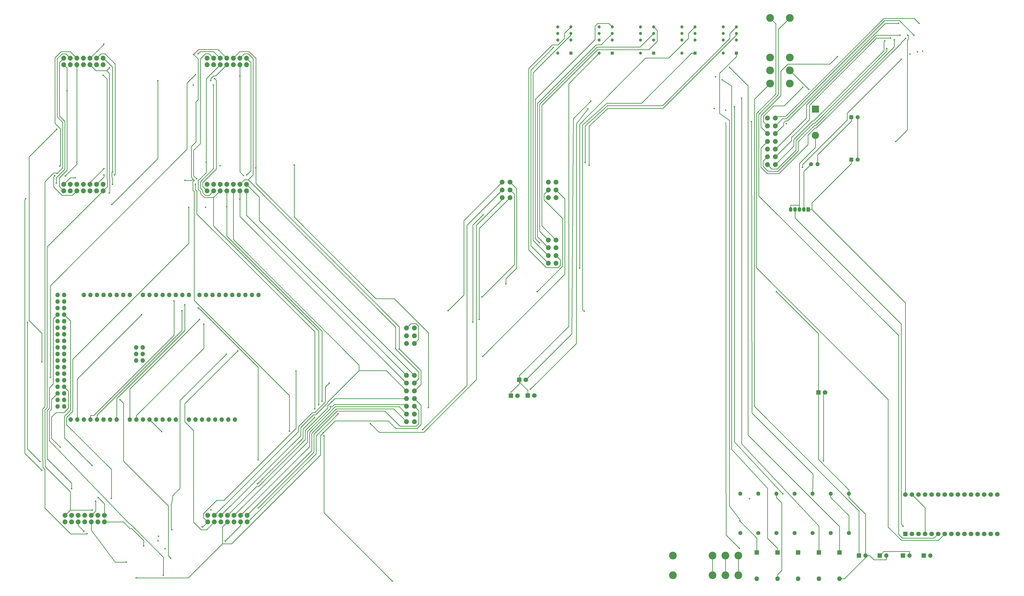
<source format=gbr>
G04 #@! TF.FileFunction,Copper,L2,Inr,Signal*
%FSLAX46Y46*%
G04 Gerber Fmt 4.6, Leading zero omitted, Abs format (unit mm)*
G04 Created by KiCad (PCBNEW 4.0.6) date 03/09/20 07:32:34*
%MOMM*%
%LPD*%
G01*
G04 APERTURE LIST*
%ADD10C,0.100000*%
%ADD11C,1.879600*%
%ADD12R,1.600000X1.600000*%
%ADD13C,1.600000*%
%ADD14R,1.800000X1.800000*%
%ADD15C,1.800000*%
%ADD16O,1.800000X1.800000*%
%ADD17R,2.800000X2.800000*%
%ADD18O,2.800000X2.800000*%
%ADD19R,1.200000X1.200000*%
%ADD20C,1.200000*%
%ADD21R,1.700000X1.700000*%
%ADD22O,1.700000X1.700000*%
%ADD23C,3.000000*%
%ADD24R,1.350000X1.800000*%
%ADD25O,1.350000X1.800000*%
%ADD26O,1.600000X1.600000*%
%ADD27O,1.727200X1.727200*%
%ADD28C,0.600000*%
%ADD29C,0.250000*%
G04 APERTURE END LIST*
D10*
D11*
X133400000Y-102400000D03*
X133400000Y-104940000D03*
X135940000Y-102400000D03*
X135940000Y-104940000D03*
X138480000Y-102400000D03*
X138480000Y-104940000D03*
X141020000Y-102400000D03*
X141020000Y-104940000D03*
X143560000Y-102400000D03*
X143560000Y-104940000D03*
X146100000Y-102400000D03*
X146100000Y-104940000D03*
X148640000Y-102400000D03*
X148640000Y-104940000D03*
X188800000Y-102400000D03*
X188800000Y-104940000D03*
X191340000Y-102400000D03*
X191340000Y-104940000D03*
X193880000Y-102400000D03*
X193880000Y-104940000D03*
X196420000Y-102400000D03*
X196420000Y-104940000D03*
X198960000Y-102400000D03*
X198960000Y-104940000D03*
X201500000Y-102400000D03*
X201500000Y-104940000D03*
X204040000Y-102400000D03*
X204040000Y-104940000D03*
X188800000Y-151200000D03*
X188800000Y-153740000D03*
X191340000Y-151200000D03*
X191340000Y-153740000D03*
X193880000Y-151200000D03*
X193880000Y-153740000D03*
X196420000Y-151200000D03*
X196420000Y-153740000D03*
X198960000Y-151200000D03*
X198960000Y-153740000D03*
X201500000Y-151200000D03*
X201500000Y-153740000D03*
X204040000Y-151200000D03*
X204040000Y-153740000D03*
X133400000Y-151200000D03*
X133400000Y-153740000D03*
X135940000Y-151200000D03*
X135940000Y-153740000D03*
X138480000Y-151200000D03*
X138480000Y-153740000D03*
X141020000Y-151200000D03*
X141020000Y-153740000D03*
X143560000Y-151200000D03*
X143560000Y-153740000D03*
X146100000Y-151200000D03*
X146100000Y-153740000D03*
X148640000Y-151200000D03*
X148640000Y-153740000D03*
X149100000Y-282000000D03*
X149100000Y-279460000D03*
X146560000Y-282000000D03*
X146560000Y-279460000D03*
X144020000Y-282000000D03*
X144020000Y-279460000D03*
X141480000Y-282000000D03*
X141480000Y-279460000D03*
X138940000Y-282000000D03*
X138940000Y-279460000D03*
X136400000Y-282000000D03*
X136400000Y-279460000D03*
X133860000Y-282000000D03*
X133860000Y-279460000D03*
X204343000Y-282000000D03*
X204343000Y-279460000D03*
X201803000Y-282000000D03*
X201803000Y-279460000D03*
X199263000Y-282000000D03*
X199263000Y-279460000D03*
X196723000Y-282000000D03*
X196723000Y-279460000D03*
X194183000Y-282000000D03*
X194183000Y-279460000D03*
X191643000Y-282000000D03*
X191643000Y-279460000D03*
X189103000Y-282000000D03*
X189103000Y-279460000D03*
D12*
X438000000Y-141707000D03*
D13*
X440500000Y-141707000D03*
D12*
X438000000Y-125273000D03*
D13*
X440500000Y-125273000D03*
D14*
X312852000Y-232995000D03*
D15*
X315392000Y-232995000D03*
D14*
X401444000Y-293832000D03*
D16*
X401444000Y-303992000D03*
D14*
X409444000Y-293832000D03*
D16*
X409444000Y-303992000D03*
D14*
X417444000Y-293832000D03*
D16*
X417444000Y-303992000D03*
D14*
X425444000Y-293832000D03*
D16*
X425444000Y-303992000D03*
D14*
X425298000Y-231800000D03*
D15*
X427838000Y-231800000D03*
D17*
X424155000Y-122072000D03*
D18*
X424155000Y-132232000D03*
D14*
X433444000Y-293832000D03*
D16*
X433444000Y-303992000D03*
D14*
X309601000Y-226924000D03*
D15*
X312141000Y-226924000D03*
D14*
X306350000Y-233071000D03*
D15*
X308890000Y-233071000D03*
D19*
X393540000Y-100450000D03*
D20*
X388460000Y-100450000D03*
X393540000Y-95370000D03*
X388460000Y-90290000D03*
X393540000Y-92830000D03*
X393540000Y-90290000D03*
X388460000Y-95370000D03*
X388460000Y-92830000D03*
D19*
X361540000Y-100450000D03*
D20*
X356460000Y-100450000D03*
X361540000Y-95370000D03*
X356460000Y-90290000D03*
X361540000Y-92830000D03*
X361540000Y-90290000D03*
X356460000Y-95370000D03*
X356460000Y-92830000D03*
D19*
X345540000Y-100450000D03*
D20*
X340460000Y-100450000D03*
X345540000Y-95370000D03*
X340460000Y-90290000D03*
X345540000Y-92830000D03*
X345540000Y-90290000D03*
X340460000Y-95370000D03*
X340460000Y-92830000D03*
D19*
X329540000Y-100450000D03*
D20*
X324460000Y-100450000D03*
X329540000Y-95370000D03*
X324460000Y-90290000D03*
X329540000Y-92830000D03*
X329540000Y-90290000D03*
X324460000Y-95370000D03*
X324460000Y-92830000D03*
D19*
X377540000Y-100450000D03*
D20*
X372460000Y-100450000D03*
X377540000Y-95370000D03*
X372460000Y-90290000D03*
X377540000Y-92830000D03*
X377540000Y-90290000D03*
X372460000Y-95370000D03*
X372460000Y-92830000D03*
D21*
X466000000Y-295000000D03*
D22*
X468540000Y-295000000D03*
D14*
X458927000Y-286588000D03*
D15*
X461467000Y-286588000D03*
X464007000Y-286588000D03*
X466547000Y-286588000D03*
X469087000Y-286588000D03*
X471627000Y-286588000D03*
X474167000Y-286588000D03*
X476707000Y-286588000D03*
X479247000Y-286588000D03*
X481787000Y-286588000D03*
X484327000Y-286588000D03*
X486867000Y-286588000D03*
X489407000Y-286588000D03*
X491947000Y-286588000D03*
X494487000Y-286588000D03*
X494487000Y-271348000D03*
X491947000Y-271348000D03*
X489407000Y-271348000D03*
X486867000Y-271348000D03*
X484327000Y-271348000D03*
X481787000Y-271348000D03*
X479247000Y-271348000D03*
X476707000Y-271348000D03*
X474167000Y-271348000D03*
X471627000Y-271348000D03*
X469087000Y-271348000D03*
X466547000Y-271348000D03*
X464007000Y-271348000D03*
X461467000Y-271348000D03*
X458927000Y-271348000D03*
D23*
X414198000Y-86842600D03*
X406578000Y-86842600D03*
X414198000Y-107162600D03*
X406578000Y-112162600D03*
X406578000Y-102162600D03*
X414198000Y-102162600D03*
X406578000Y-107162600D03*
X414198000Y-112162600D03*
D24*
X421361000Y-160934000D03*
D25*
X419661000Y-160934000D03*
X417961000Y-160934000D03*
X416261000Y-160934000D03*
X414561000Y-160934000D03*
D21*
X449000000Y-295000000D03*
D22*
X451540000Y-295000000D03*
D13*
X422453000Y-143408000D03*
D26*
X424993000Y-143408000D03*
D21*
X458000000Y-295000000D03*
D22*
X460540000Y-295000000D03*
D13*
X395039000Y-286236000D03*
D26*
X395039000Y-270996000D03*
D13*
X402039000Y-286236000D03*
D26*
X402039000Y-270996000D03*
D13*
X409039000Y-286236000D03*
D26*
X409039000Y-270996000D03*
D13*
X416039000Y-286236000D03*
D26*
X416039000Y-270996000D03*
D13*
X423039000Y-286236000D03*
D26*
X423039000Y-270996000D03*
D23*
X369000000Y-295000000D03*
X369000000Y-302620000D03*
X389320000Y-295000000D03*
X394320000Y-302620000D03*
X384320000Y-302620000D03*
X384320000Y-295000000D03*
X389320000Y-302620000D03*
X394320000Y-295000000D03*
D13*
X437039000Y-286236000D03*
D26*
X437039000Y-270996000D03*
D13*
X430039000Y-286236000D03*
D26*
X430039000Y-270996000D03*
D27*
X163932000Y-219456000D03*
X161392000Y-219456000D03*
X161392000Y-216916000D03*
X163932000Y-216916000D03*
X161392000Y-214376000D03*
X176759000Y-242316000D03*
X181839000Y-242316000D03*
X184379000Y-242316000D03*
X186919000Y-242316000D03*
X189459000Y-242316000D03*
X191999000Y-242316000D03*
X194539000Y-242316000D03*
X197079000Y-242316000D03*
X141199000Y-194056000D03*
X143739000Y-194056000D03*
X146279000Y-194056000D03*
X148819000Y-194056000D03*
X151359000Y-194056000D03*
X153899000Y-194056000D03*
X156439000Y-194056000D03*
X158979000Y-194056000D03*
X164059000Y-194056000D03*
X166599000Y-194056000D03*
X169139000Y-194056000D03*
X171679000Y-194056000D03*
X174219000Y-194056000D03*
X176759000Y-194056000D03*
X179299000Y-194056000D03*
X181839000Y-194056000D03*
X201143000Y-194056000D03*
X185903000Y-194056000D03*
X188443000Y-194056000D03*
X190983000Y-194056000D03*
X208763000Y-194056000D03*
X206223000Y-194056000D03*
X203683000Y-194056000D03*
X198603000Y-194056000D03*
X196063000Y-194056000D03*
X193523000Y-194056000D03*
X199619000Y-242316000D03*
X174219000Y-242316000D03*
X171679000Y-242316000D03*
X169139000Y-242316000D03*
X166599000Y-242316000D03*
X164059000Y-242316000D03*
X161519000Y-242316000D03*
X158979000Y-242316000D03*
X153899000Y-242316000D03*
X151359000Y-242316000D03*
X148819000Y-242316000D03*
X146279000Y-242316000D03*
X143739000Y-242316000D03*
X141199000Y-242316000D03*
X138659000Y-242316000D03*
X136119000Y-242316000D03*
X133579000Y-194056000D03*
X131039000Y-194056000D03*
X133579000Y-196596000D03*
X131039000Y-196596000D03*
X133579000Y-199136000D03*
X131039000Y-199136000D03*
X133579000Y-201676000D03*
X131039000Y-201676000D03*
X133579000Y-204216000D03*
X131039000Y-204216000D03*
X133579000Y-206756000D03*
X131039000Y-206756000D03*
X133579000Y-209296000D03*
X131039000Y-209296000D03*
X133579000Y-211836000D03*
X131039000Y-211836000D03*
X133579000Y-214376000D03*
X131039000Y-214376000D03*
X133579000Y-216916000D03*
X131039000Y-216916000D03*
X133579000Y-219456000D03*
X131039000Y-219456000D03*
X133579000Y-221996000D03*
X131039000Y-221996000D03*
X133579000Y-224536000D03*
X131039000Y-224536000D03*
X133579000Y-227076000D03*
X131039000Y-227076000D03*
X133579000Y-229616000D03*
X131039000Y-229616000D03*
X133579000Y-232156000D03*
X131039000Y-232156000D03*
X133579000Y-234696000D03*
X131039000Y-234696000D03*
X133579000Y-237236000D03*
X131039000Y-237236000D03*
X163932000Y-214376000D03*
D11*
X269000000Y-243200000D03*
X266002800Y-243200000D03*
X269000000Y-240202800D03*
X266002800Y-240202800D03*
X269000000Y-237205600D03*
X266002800Y-237205600D03*
X269000000Y-234208400D03*
X266002800Y-234208400D03*
X269000000Y-231211200D03*
X266002800Y-231211200D03*
X269000000Y-228214000D03*
X266002800Y-228214000D03*
X269000000Y-225216800D03*
X266002800Y-225216800D03*
X408600000Y-143600000D03*
X405602800Y-143600000D03*
X408600000Y-140602800D03*
X405602800Y-140602800D03*
X408600000Y-137605600D03*
X405602800Y-137605600D03*
X408600000Y-134608400D03*
X405602800Y-134608400D03*
X408600000Y-131611200D03*
X405602800Y-131611200D03*
X408600000Y-128614000D03*
X405602800Y-128614000D03*
X408600000Y-125616800D03*
X405602800Y-125616800D03*
X323800000Y-181800000D03*
X320802800Y-181800000D03*
X323800000Y-178802800D03*
X320802800Y-178802800D03*
X323800000Y-175805600D03*
X320802800Y-175805600D03*
X323800000Y-172808400D03*
X320802800Y-172808400D03*
X323800000Y-156400000D03*
X320802800Y-156400000D03*
X323800000Y-153402800D03*
X320802800Y-153402800D03*
X323800000Y-150405600D03*
X320802800Y-150405600D03*
X306000000Y-156400000D03*
X303002800Y-156400000D03*
X306000000Y-153402800D03*
X303002800Y-153402800D03*
X306000000Y-150405600D03*
X303002800Y-150405600D03*
X268986000Y-212877000D03*
X265988800Y-212877000D03*
X268986000Y-209879800D03*
X265988800Y-209879800D03*
X268986000Y-206882600D03*
X265988800Y-206882600D03*
D21*
X441000000Y-295000000D03*
D22*
X443540000Y-295000000D03*
D28*
X421554600Y-114519200D03*
X458107200Y-283638800D03*
X385038600Y-121958100D03*
X394904800Y-281656500D03*
X388090900Y-110775700D03*
X184306100Y-108756400D03*
X128191300Y-225985400D03*
X132054600Y-253022100D03*
X394779600Y-292206700D03*
X398627600Y-272948400D03*
X389445500Y-122516900D03*
X385546600Y-109550200D03*
X172564100Y-292375400D03*
X395588000Y-117846900D03*
X124933400Y-220001600D03*
X130704100Y-129919200D03*
X427288900Y-258312000D03*
X390904600Y-105921000D03*
X334695000Y-200344200D03*
X411497200Y-271120300D03*
X392803200Y-121155200D03*
X337288300Y-118996200D03*
X399434600Y-126926500D03*
X313905000Y-230607000D03*
X336130900Y-122021600D03*
X130532000Y-150692300D03*
X164312200Y-291310400D03*
X239585600Y-240084900D03*
X230463100Y-238147300D03*
X184377300Y-151200000D03*
X137882900Y-148664400D03*
X146781000Y-272576300D03*
X191706100Y-110256700D03*
X124933400Y-261977100D03*
X118665400Y-156853500D03*
X134685600Y-114955700D03*
X169824400Y-289344100D03*
X195871500Y-289347600D03*
X184740100Y-149035600D03*
X130814600Y-146998900D03*
X142447800Y-286560600D03*
X230417300Y-241477800D03*
X208264800Y-267194800D03*
X151823500Y-272865100D03*
X183455800Y-112773700D03*
X191287200Y-112773700D03*
X188225800Y-160146600D03*
X181733500Y-160146600D03*
X170014900Y-287541300D03*
X157568900Y-297497500D03*
X131834200Y-144243000D03*
X193880000Y-144072000D03*
X185376200Y-100647400D03*
X222516100Y-143794700D03*
X274454500Y-237656400D03*
X208617200Y-276526300D03*
X145735200Y-273890400D03*
X129899000Y-147875400D03*
X133963900Y-147987000D03*
X138480000Y-142708700D03*
X188483800Y-142708700D03*
X236536500Y-237358900D03*
X232027900Y-236550000D03*
X161366200Y-303631600D03*
X183618800Y-100902600D03*
X233831000Y-247396200D03*
X220653800Y-246820000D03*
X183754400Y-149747600D03*
X180255900Y-149718200D03*
X190368400Y-277272700D03*
X196420000Y-159846200D03*
X190247300Y-111112700D03*
X236992600Y-235500100D03*
X233253400Y-235336600D03*
X152013300Y-158995900D03*
X169769500Y-111112700D03*
X141185900Y-285572200D03*
X263164700Y-214975300D03*
X196246500Y-217005000D03*
X148832500Y-96999500D03*
X207677900Y-144882700D03*
X175209200Y-284988000D03*
X148922700Y-145146800D03*
X151005200Y-154654500D03*
X151067500Y-106134000D03*
X200681000Y-215709400D03*
X261746500Y-214791200D03*
X148949900Y-147610900D03*
X152988800Y-147610900D03*
X201500000Y-156953900D03*
X202914900Y-147851800D03*
X201500000Y-109289300D03*
X236037500Y-228214000D03*
X204134800Y-147582000D03*
X186935700Y-283910000D03*
X223209100Y-223548600D03*
X152218200Y-151200000D03*
X152218200Y-146443000D03*
X144469800Y-277414300D03*
X148640000Y-108970900D03*
X450923500Y-95666700D03*
X451760400Y-98662000D03*
X453126600Y-94626000D03*
X454639900Y-95277100D03*
X456905500Y-93475300D03*
X419111700Y-144633400D03*
X457269800Y-102839300D03*
X459867400Y-93472700D03*
X455207300Y-134608400D03*
X458971500Y-94650700D03*
X456173300Y-88882900D03*
X432579400Y-101801000D03*
X460692200Y-100750000D03*
X462247700Y-93470600D03*
X419202200Y-113644700D03*
X463605900Y-99921500D03*
X464253600Y-88884200D03*
X465634000Y-99711100D03*
X294047300Y-203516800D03*
X185903900Y-203576700D03*
X252027300Y-243941800D03*
X295198000Y-194803400D03*
X163550500Y-201689700D03*
X272186000Y-246250200D03*
X304364500Y-189773200D03*
X176045600Y-196381400D03*
X282015700Y-200161400D03*
X179061400Y-200161400D03*
X291610000Y-204549500D03*
X295559500Y-163006900D03*
X295391500Y-217855400D03*
X316478600Y-192765900D03*
X180225300Y-197920600D03*
X336537300Y-143840200D03*
X335049900Y-142753600D03*
X332938400Y-183679600D03*
X322744000Y-98274400D03*
X317342600Y-173829700D03*
X185328000Y-199136000D03*
X208588100Y-257932400D03*
X119347100Y-204736700D03*
X124267500Y-258605300D03*
X144354550Y-260153150D03*
X136449300Y-269070100D03*
X412856800Y-127743700D03*
X409038300Y-192777100D03*
X187520700Y-205396900D03*
X234054900Y-248624900D03*
X260495600Y-304864700D03*
X174759000Y-295981900D03*
X155100600Y-234597400D03*
X171886400Y-302620000D03*
X171236600Y-246953600D03*
D29*
X421361000Y-160934000D02*
X422761300Y-160934000D01*
X438000000Y-141707000D02*
X438000000Y-143232300D01*
X389320000Y-302620000D02*
X389320000Y-295000000D01*
X450575300Y-293424700D02*
X449000000Y-295000000D01*
X460540000Y-293424700D02*
X450575300Y-293424700D01*
X460540000Y-295000000D02*
X460540000Y-293424700D01*
X422761300Y-158471000D02*
X422761300Y-160934000D01*
X438000000Y-143232300D02*
X422761300Y-158471000D01*
X458927000Y-197099700D02*
X458927000Y-271348000D01*
X422761300Y-160934000D02*
X458927000Y-197099700D01*
X424993000Y-139805300D02*
X424993000Y-143408000D01*
X438000000Y-126798300D02*
X424993000Y-139805300D01*
X438000000Y-125273000D02*
X438000000Y-126798300D01*
X457301600Y-282833200D02*
X458107200Y-283638800D01*
X457301600Y-205317900D02*
X457301600Y-282833200D01*
X416261000Y-164277300D02*
X457301600Y-205317900D01*
X416261000Y-160934000D02*
X416261000Y-164277300D01*
X414198000Y-107162600D02*
X421554600Y-114519200D01*
X401444000Y-293832000D02*
X401444000Y-292206700D01*
X401444000Y-288195700D02*
X394904800Y-281656500D01*
X401444000Y-292206700D02*
X401444000Y-288195700D01*
X393540000Y-100450000D02*
X393540000Y-101775300D01*
X387058700Y-108256600D02*
X393540000Y-101775300D01*
X387058700Y-123827400D02*
X387058700Y-108256600D01*
X390814100Y-126452500D02*
X387058700Y-123827400D01*
X390814100Y-275799400D02*
X390814100Y-126452500D01*
X394904800Y-281020400D02*
X390814100Y-275799400D01*
X394904800Y-281656500D02*
X394904800Y-281020400D01*
X409444000Y-293832000D02*
X409444000Y-292206700D01*
X391667000Y-113145300D02*
X388090900Y-110775700D01*
X391667000Y-253814800D02*
X391667000Y-113145300D01*
X405539000Y-268893300D02*
X391667000Y-253814800D01*
X405539000Y-288301700D02*
X405539000Y-268893300D01*
X409444000Y-292206700D02*
X405539000Y-288301700D01*
X128191300Y-190504900D02*
X128191300Y-225985400D01*
X181052500Y-137643700D02*
X128191300Y-190504900D01*
X181052500Y-112010000D02*
X181052500Y-137643700D01*
X184306100Y-108756400D02*
X181052500Y-112010000D01*
X128669400Y-248310400D02*
X128669400Y-249636900D01*
X128669400Y-249636900D02*
X130124200Y-251091700D01*
X130124200Y-251091700D02*
X132054600Y-253022100D01*
X389432800Y-128016000D02*
X389432800Y-127215900D01*
X389521200Y-129120400D02*
X389521200Y-271137100D01*
X389521200Y-271137100D02*
X389598800Y-271059500D01*
X389598800Y-271059500D02*
X389598800Y-287025900D01*
X389598800Y-287025900D02*
X394779600Y-292206700D01*
X389521200Y-129120400D02*
X389521200Y-128104400D01*
X389521200Y-128104400D02*
X389432800Y-128016000D01*
X128669400Y-241330100D02*
X128669400Y-248310400D01*
X130401100Y-239598400D02*
X128669400Y-241330100D01*
X133471800Y-239598400D02*
X130401100Y-239598400D01*
X135168000Y-237902200D02*
X133471800Y-239598400D01*
X135168000Y-231205000D02*
X135168000Y-237902200D01*
X133579000Y-229616000D02*
X135168000Y-231205000D01*
X395588000Y-251768200D02*
X395588000Y-117846900D01*
X425444000Y-283605400D02*
X395588000Y-251768200D01*
X425444000Y-293832000D02*
X425444000Y-283605400D01*
X120028700Y-140594600D02*
X130704100Y-129919200D01*
X120028700Y-203968200D02*
X120028700Y-140594600D01*
X124933400Y-208872900D02*
X120028700Y-203968200D01*
X124933400Y-220001600D02*
X124933400Y-208872900D01*
X427288900Y-232349100D02*
X427838000Y-231800000D01*
X427288900Y-258312000D02*
X427288900Y-232349100D01*
X419661000Y-146200000D02*
X419661000Y-160934000D01*
X422453000Y-143408000D02*
X419661000Y-146200000D01*
X398031300Y-113047700D02*
X390904600Y-105921000D01*
X398031300Y-248356000D02*
X398031300Y-113047700D01*
X433444000Y-283768700D02*
X398031300Y-248356000D01*
X433444000Y-293832000D02*
X433444000Y-283768700D01*
X334021700Y-199734800D02*
X334695000Y-200344200D01*
X334021700Y-180840200D02*
X334021700Y-199734800D01*
X334024500Y-180893800D02*
X334021700Y-180840200D01*
X334024500Y-128300200D02*
X334024500Y-180893800D01*
X343406000Y-119795000D02*
X334024500Y-128300200D01*
X356869700Y-119795000D02*
X343406000Y-119795000D01*
X376214700Y-100450000D02*
X356869700Y-119795000D01*
X377540000Y-100450000D02*
X376214700Y-100450000D01*
X392803200Y-251003900D02*
X411497200Y-271120300D01*
X392803200Y-121155200D02*
X392803200Y-251003900D01*
X329907900Y-209157100D02*
X312141000Y-226924000D01*
X330479400Y-125805100D02*
X329907900Y-209157100D01*
X337288300Y-118996200D02*
X330479400Y-125805100D01*
X399599700Y-239770300D02*
X399434600Y-126926500D01*
X423204100Y-263374700D02*
X399599700Y-239770300D01*
X423039000Y-270996000D02*
X423204100Y-263374700D01*
X331634500Y-127791372D02*
X336130900Y-122021600D01*
X331634500Y-212877500D02*
X331634500Y-127791372D01*
X313905000Y-230607000D02*
X331634500Y-212877500D01*
X130532000Y-148731700D02*
X130532000Y-150692300D01*
X133835200Y-145428500D02*
X130532000Y-148731700D01*
X133835200Y-126864000D02*
X133835200Y-145428500D01*
X131715700Y-124744500D02*
X133835200Y-126864000D01*
X131715700Y-104084300D02*
X131715700Y-124744500D01*
X133400000Y-102400000D02*
X131715700Y-104084300D01*
X135935600Y-148664400D02*
X137882900Y-148664400D01*
X133400000Y-151200000D02*
X135935600Y-148664400D01*
X230463100Y-208308000D02*
X230463100Y-238147300D01*
X184879500Y-162724400D02*
X230463100Y-208308000D01*
X184879500Y-153824100D02*
X184879500Y-162724400D01*
X184377300Y-153321900D02*
X184879500Y-153824100D01*
X184377300Y-151200000D02*
X184377300Y-153321900D01*
X164312200Y-289183300D02*
X164312200Y-291310400D01*
X159609400Y-284480500D02*
X164312200Y-289183300D01*
X158932900Y-284480500D02*
X159609400Y-284480500D01*
X156452400Y-282000000D02*
X158932900Y-284480500D01*
X149100000Y-282000000D02*
X156452400Y-282000000D01*
X231002000Y-248668500D02*
X239585600Y-240084900D01*
X231002000Y-255591600D02*
X231002000Y-248668500D01*
X204593600Y-282000000D02*
X231002000Y-255591600D01*
X204343000Y-282000000D02*
X204593600Y-282000000D01*
X187103300Y-152043300D02*
X188800000Y-153740000D01*
X187103300Y-150527900D02*
X187103300Y-152043300D01*
X192354800Y-145276400D02*
X187103300Y-150527900D01*
X192354800Y-110905400D02*
X192354800Y-145276400D01*
X191706100Y-110256700D02*
X192354800Y-110905400D01*
X149100000Y-274895300D02*
X149100000Y-279460000D01*
X146781000Y-272576300D02*
X149100000Y-274895300D01*
X134685600Y-145780700D02*
X134685600Y-114955700D01*
X131682700Y-148783600D02*
X134685600Y-145780700D01*
X131682700Y-152022700D02*
X131682700Y-148783600D01*
X133400000Y-153740000D02*
X131682700Y-152022700D01*
X134685600Y-106225600D02*
X133400000Y-104940000D01*
X134685600Y-114955700D02*
X134685600Y-106225600D01*
X118293400Y-255337100D02*
X124933400Y-261977100D01*
X118293400Y-157225500D02*
X118293400Y-255337100D01*
X118665400Y-156853500D02*
X118293400Y-157225500D01*
X204343000Y-279350500D02*
X204343000Y-279460000D01*
X229301400Y-254392100D02*
X204343000Y-279350500D01*
X229301400Y-247662800D02*
X229301400Y-254392100D01*
X238755000Y-238209200D02*
X229301400Y-247662800D01*
X261012000Y-238209200D02*
X238755000Y-238209200D01*
X266002800Y-243200000D02*
X261012000Y-238209200D01*
X132984900Y-144828600D02*
X130814600Y-146998900D01*
X132984900Y-127260300D02*
X132984900Y-144828600D01*
X130821600Y-125097000D02*
X132984900Y-127260300D01*
X130821600Y-102602800D02*
X130821600Y-125097000D01*
X132732200Y-100692200D02*
X130821600Y-102602800D01*
X134232200Y-100692200D02*
X132732200Y-100692200D01*
X135940000Y-102400000D02*
X134232200Y-100692200D01*
X130663900Y-146848200D02*
X130814600Y-146998900D01*
X129443800Y-146848200D02*
X130663900Y-146848200D01*
X126084100Y-150207900D02*
X129443800Y-146848200D01*
X126084100Y-237373300D02*
X126084100Y-150207900D01*
X125251000Y-238206400D02*
X126084100Y-237373300D01*
X125251000Y-258138700D02*
X125251000Y-238206400D01*
X125292800Y-258180500D02*
X125251000Y-258138700D01*
X125292800Y-260886300D02*
X125292800Y-258180500D01*
X126084100Y-261677600D02*
X125292800Y-260886300D01*
X126084100Y-276588400D02*
X126084100Y-261677600D01*
X136112900Y-286617200D02*
X126084100Y-276588400D01*
X142391200Y-286617200D02*
X136112900Y-286617200D01*
X142447800Y-286560600D02*
X142391200Y-286617200D01*
X201803000Y-283416100D02*
X201803000Y-282000000D01*
X195871500Y-289347600D02*
X201803000Y-283416100D01*
X225900200Y-249559400D02*
X208264800Y-267194800D01*
X225900200Y-245994900D02*
X225900200Y-249559400D01*
X230417300Y-241477800D02*
X225900200Y-245994900D01*
X183603400Y-147898900D02*
X184740100Y-149035600D01*
X183603400Y-138032600D02*
X183603400Y-147898900D01*
X186181800Y-135454200D02*
X183603400Y-138032600D01*
X186181800Y-102650500D02*
X186181800Y-135454200D01*
X188137700Y-100694600D02*
X186181800Y-102650500D01*
X189634600Y-100694600D02*
X188137700Y-100694600D01*
X191340000Y-102400000D02*
X189634600Y-100694600D01*
X189640300Y-155439700D02*
X191340000Y-153740000D01*
X188083800Y-155439700D02*
X189640300Y-155439700D01*
X187103300Y-154459200D02*
X188083800Y-155439700D01*
X187103300Y-153642700D02*
X187103300Y-154459200D01*
X186253000Y-152792400D02*
X187103300Y-153642700D01*
X186253000Y-150175600D02*
X186253000Y-152792400D01*
X191287200Y-145141400D02*
X186253000Y-150175600D01*
X191287200Y-112773700D02*
X191287200Y-145141400D01*
X181733500Y-174134300D02*
X181733500Y-160146600D01*
X136868600Y-218999200D02*
X181733500Y-174134300D01*
X136868600Y-239104500D02*
X136868600Y-218999200D01*
X134517300Y-241455800D02*
X136868600Y-239104500D01*
X134517300Y-244342100D02*
X134517300Y-241455800D01*
X151823500Y-261648300D02*
X134517300Y-244342100D01*
X151823500Y-272865100D02*
X151823500Y-261648300D01*
X228451100Y-252811900D02*
X201803000Y-279460000D01*
X228451100Y-247310500D02*
X228451100Y-252811900D01*
X238402700Y-237358900D02*
X228451100Y-247310500D01*
X263158900Y-237358900D02*
X238402700Y-237358900D01*
X266002800Y-240202800D02*
X263158900Y-237358900D01*
X155524200Y-297522900D02*
X157543500Y-297522900D01*
X157543500Y-297522900D02*
X157568900Y-297497500D01*
X144020000Y-282000000D02*
X144020000Y-285185300D01*
X144020000Y-285185300D02*
X153293000Y-297522900D01*
X153293000Y-297522900D02*
X155524200Y-297522900D01*
X132134600Y-143942600D02*
X131834200Y-144243000D01*
X132134600Y-129744200D02*
X132134600Y-143942600D01*
X129971300Y-127580900D02*
X132134600Y-129744200D01*
X129971300Y-102250500D02*
X129971300Y-127580900D01*
X132379900Y-99841900D02*
X129971300Y-102250500D01*
X135921900Y-99841900D02*
X132379900Y-99841900D01*
X138480000Y-102400000D02*
X135921900Y-99841900D01*
X186194600Y-99829000D02*
X185376200Y-100647400D01*
X191309000Y-99829000D02*
X186194600Y-99829000D01*
X193880000Y-102400000D02*
X191309000Y-99829000D01*
X274454500Y-208735600D02*
X274454500Y-237656400D01*
X261219300Y-195500400D02*
X274454500Y-208735600D01*
X254149900Y-195500400D02*
X261219300Y-195500400D01*
X222516100Y-163866600D02*
X254149900Y-195500400D01*
X222516100Y-143794700D02*
X222516100Y-163866600D01*
X230151700Y-254991800D02*
X208617200Y-276526300D01*
X230151700Y-248015100D02*
X230151700Y-254991800D01*
X239107300Y-239059500D02*
X230151700Y-248015100D01*
X257599100Y-239059500D02*
X239107300Y-239059500D01*
X263419600Y-244880000D02*
X257599100Y-239059500D01*
X269724800Y-244880000D02*
X263419600Y-244880000D01*
X270677200Y-243927600D02*
X269724800Y-244880000D01*
X270677200Y-238882800D02*
X270677200Y-243927600D01*
X269000000Y-237205600D02*
X270677200Y-238882800D01*
X145735200Y-277744800D02*
X145735200Y-273890400D01*
X144020000Y-279460000D02*
X145735200Y-277744800D01*
X129481900Y-148292500D02*
X129899000Y-147875400D01*
X129481900Y-152208000D02*
X129481900Y-148292500D01*
X132726000Y-155452100D02*
X129481900Y-152208000D01*
X136767900Y-155452100D02*
X132726000Y-155452100D01*
X138480000Y-153740000D02*
X136767900Y-155452100D01*
X138480000Y-104940000D02*
X138480000Y-142708700D01*
X138480000Y-143470900D02*
X133963900Y-147987000D01*
X138480000Y-142708700D02*
X138480000Y-143470900D01*
X188483800Y-110336200D02*
X193880000Y-104940000D01*
X188483800Y-142708700D02*
X188483800Y-110336200D01*
X187748900Y-156307400D02*
X191312600Y-156307400D01*
X186253000Y-154811500D02*
X187748900Y-156307400D01*
X186253000Y-153995000D02*
X186253000Y-154811500D01*
X185402700Y-153144700D02*
X186253000Y-153995000D01*
X185402700Y-149823300D02*
X185402700Y-153144700D01*
X188483800Y-146742200D02*
X185402700Y-149823300D01*
X188483800Y-142708700D02*
X188483800Y-146742200D01*
X191312600Y-156307400D02*
X193880000Y-153740000D01*
X232027900Y-208069100D02*
X232027900Y-236550000D01*
X191312600Y-167353800D02*
X232027900Y-208069100D01*
X191312600Y-156307400D02*
X191312600Y-167353800D01*
X237200100Y-237358900D02*
X236536500Y-237358900D01*
X238050400Y-236508600D02*
X237200100Y-237358900D01*
X265305800Y-236508600D02*
X238050400Y-236508600D01*
X266002800Y-237205600D02*
X265305800Y-236508600D01*
X227600800Y-251122200D02*
X199263000Y-279460000D01*
X227600800Y-246958200D02*
X227600800Y-251122200D01*
X236536500Y-238022500D02*
X227600800Y-246958200D01*
X236536500Y-237358900D02*
X236536500Y-238022500D01*
X165531800Y-303648400D02*
X161383000Y-303648400D01*
X161383000Y-303648400D02*
X161366200Y-303631600D01*
X165531800Y-303648400D02*
X181571800Y-303648400D01*
X181571800Y-303648400D02*
X194799600Y-290420600D01*
X194799600Y-283923400D02*
X194799600Y-290420600D01*
X196723000Y-282000000D02*
X194799600Y-283923400D01*
X185542700Y-98978700D02*
X183618800Y-100902600D01*
X192998700Y-98978700D02*
X185542700Y-98978700D01*
X196420000Y-102400000D02*
X192998700Y-98978700D01*
X183331400Y-149324500D02*
X183754400Y-149747600D01*
X182937700Y-149718200D02*
X180255900Y-149718200D01*
X183331400Y-149324500D02*
X182937700Y-149718200D01*
X183352000Y-150150000D02*
X183754400Y-149747600D01*
X183352000Y-153499200D02*
X183352000Y-150150000D01*
X183871000Y-154018200D02*
X183352000Y-153499200D01*
X183871000Y-196202200D02*
X183871000Y-154018200D01*
X220653800Y-232985000D02*
X183871000Y-196202200D01*
X220653800Y-246820000D02*
X220653800Y-232985000D01*
X232702600Y-248524600D02*
X233831000Y-247396200D01*
X232702600Y-256054000D02*
X232702600Y-248524600D01*
X198336000Y-290420600D02*
X232702600Y-256054000D01*
X194799600Y-290420600D02*
X198336000Y-290420600D01*
X271527500Y-236735900D02*
X269000000Y-234208400D01*
X271527500Y-244279900D02*
X271527500Y-236735900D01*
X270077100Y-245730300D02*
X271527500Y-244279900D01*
X261792000Y-245730300D02*
X270077100Y-245730300D01*
X258890900Y-242829200D02*
X261792000Y-245730300D01*
X238398000Y-242829200D02*
X258890900Y-242829200D01*
X233831000Y-247396200D02*
X238398000Y-242829200D01*
X183331400Y-149091400D02*
X183331400Y-149324500D01*
X183312100Y-149072100D02*
X183331400Y-149091400D01*
X183312100Y-149072000D02*
X183312100Y-149072100D01*
X182753100Y-148513000D02*
X183312100Y-149072000D01*
X182753100Y-136549100D02*
X182753100Y-148513000D01*
X184481200Y-134821000D02*
X182753100Y-136549100D01*
X184481200Y-119293000D02*
X184481200Y-134821000D01*
X185331500Y-118442700D02*
X184481200Y-119293000D01*
X185331500Y-102615300D02*
X185331500Y-118442700D01*
X183618800Y-100902600D02*
X185331500Y-102615300D01*
X196420000Y-159846200D02*
X196420000Y-153740000D01*
X238284300Y-234208400D02*
X236992600Y-235500100D01*
X266002800Y-234208400D02*
X238284300Y-234208400D01*
X190247300Y-110265500D02*
X190247300Y-111112700D01*
X191281400Y-109231400D02*
X190247300Y-110265500D01*
X192128600Y-109231400D02*
X191281400Y-109231400D01*
X196420000Y-104940000D02*
X192128600Y-109231400D01*
X169769500Y-141239700D02*
X169769500Y-111112700D01*
X152013300Y-158995900D02*
X169769500Y-141239700D01*
X233253400Y-208092000D02*
X233253400Y-235336600D01*
X196420000Y-171258600D02*
X233253400Y-208092000D01*
X196420000Y-159846200D02*
X196420000Y-171258600D01*
X236945300Y-235500100D02*
X236992600Y-235500100D01*
X235511200Y-236934200D02*
X236945300Y-235500100D01*
X235511200Y-237845200D02*
X235511200Y-236934200D01*
X226750500Y-246605900D02*
X235511200Y-237845200D01*
X226750500Y-250159200D02*
X226750500Y-246605900D01*
X208689600Y-268220100D02*
X226750500Y-250159200D01*
X207962900Y-268220100D02*
X208689600Y-268220100D01*
X196723000Y-279460000D02*
X207962900Y-268220100D01*
X138940000Y-282000000D02*
X138940000Y-283326300D01*
X138940000Y-283326300D02*
X141185900Y-285572200D01*
X178347900Y-264185400D02*
X178347900Y-268946100D01*
X196246500Y-217005000D02*
X178347900Y-234903600D01*
X178347900Y-234903600D02*
X178347900Y-264185400D01*
X174980600Y-275818600D02*
X174980600Y-284183000D01*
X174980600Y-284183000D02*
X175209200Y-284988000D01*
X178347900Y-268946100D02*
X175514000Y-271780000D01*
X175514000Y-271780000D02*
X174963300Y-275818600D01*
X174963300Y-275818600D02*
X174980600Y-275818600D01*
X148832500Y-97127500D02*
X148832500Y-96999500D01*
X143560000Y-102400000D02*
X148832500Y-97127500D01*
X201486500Y-99873500D02*
X198960000Y-102400000D01*
X205121600Y-99873500D02*
X201486500Y-99873500D01*
X207677900Y-102429800D02*
X205121600Y-99873500D01*
X207677900Y-144882700D02*
X207677900Y-102429800D01*
X271548300Y-223358900D02*
X263164700Y-214975300D01*
X271548300Y-228662900D02*
X271548300Y-223358900D01*
X269000000Y-231211200D02*
X271548300Y-228662900D01*
X143560000Y-150509500D02*
X148922700Y-145146800D01*
X143560000Y-151200000D02*
X143560000Y-150509500D01*
X263164700Y-206394100D02*
X263164700Y-214975300D01*
X207677900Y-150907300D02*
X263164700Y-206394100D01*
X207677900Y-144882700D02*
X207677900Y-150907300D01*
X149959000Y-107242500D02*
X151067500Y-106134000D01*
X145862500Y-107242500D02*
X143560000Y-104940000D01*
X149959000Y-107242500D02*
X145862500Y-107242500D01*
X151192800Y-154466900D02*
X151005200Y-154654500D01*
X151192800Y-149071300D02*
X151192800Y-154466900D01*
X150955500Y-148834000D02*
X151192800Y-149071300D01*
X150955500Y-108239000D02*
X150955500Y-148834000D01*
X149959000Y-107242500D02*
X150955500Y-108239000D01*
X258188000Y-223396400D02*
X247581400Y-223396400D01*
X266002800Y-231211200D02*
X258188000Y-223396400D01*
X198960000Y-172596000D02*
X198960000Y-153740000D01*
X247581400Y-221217400D02*
X198960000Y-172596000D01*
X247581400Y-223396400D02*
X247581400Y-221217400D01*
X225049900Y-248593100D02*
X194183000Y-279460000D01*
X225049900Y-245395300D02*
X225049900Y-248593100D01*
X229992700Y-240452500D02*
X225049900Y-245395300D01*
X230837700Y-240452500D02*
X229992700Y-240452500D01*
X234660900Y-236629300D02*
X230837700Y-240452500D01*
X234660900Y-236581900D02*
X234660900Y-236629300D01*
X235381700Y-235861100D02*
X234660900Y-236581900D01*
X235381700Y-235596100D02*
X235381700Y-235861100D01*
X247581400Y-223396400D02*
X235381700Y-235596100D01*
X206602700Y-147619200D02*
X204740000Y-149481900D01*
X206602700Y-102557200D02*
X206602700Y-147619200D01*
X204769300Y-100723800D02*
X206602700Y-102557200D01*
X203176200Y-100723800D02*
X204769300Y-100723800D01*
X201500000Y-102400000D02*
X203176200Y-100723800D01*
X261746500Y-206488400D02*
X204740000Y-149481900D01*
X261746500Y-214791200D02*
X261746500Y-206488400D01*
X203218100Y-149481900D02*
X201500000Y-151200000D01*
X204740000Y-149481900D02*
X203218100Y-149481900D01*
X270697900Y-226516100D02*
X269000000Y-228214000D01*
X270697900Y-223958400D02*
X270697900Y-226516100D01*
X261746500Y-215007000D02*
X270697900Y-223958400D01*
X261746500Y-214791200D02*
X261746500Y-215007000D01*
X153299300Y-147300400D02*
X152988800Y-147610900D01*
X153299300Y-104689400D02*
X153299300Y-147300400D01*
X149336700Y-100726800D02*
X153299300Y-104689400D01*
X147773200Y-100726800D02*
X149336700Y-100726800D01*
X146100000Y-102400000D02*
X147773200Y-100726800D01*
X148949900Y-148350100D02*
X148949900Y-147610900D01*
X146100000Y-151200000D02*
X148949900Y-148350100D01*
X180221000Y-236169400D02*
X200681000Y-215709400D01*
X180221000Y-243213900D02*
X180221000Y-236169400D01*
X183570000Y-246562900D02*
X180221000Y-243213900D01*
X183570000Y-282034300D02*
X183570000Y-246562900D01*
X186504100Y-284968400D02*
X183570000Y-282034300D01*
X188674600Y-284968400D02*
X186504100Y-284968400D01*
X191643000Y-282000000D02*
X188674600Y-284968400D01*
X201500000Y-156953900D02*
X201500000Y-153740000D01*
X201500000Y-104940000D02*
X201500000Y-109289300D01*
X201500000Y-146436900D02*
X202914900Y-147851800D01*
X201500000Y-109289300D02*
X201500000Y-146436900D01*
X201500100Y-156953900D02*
X201500000Y-156953900D01*
X201500100Y-163711300D02*
X201500100Y-156953900D01*
X266002800Y-228214000D02*
X201500100Y-163711300D01*
X224199600Y-246903400D02*
X191643000Y-279460000D01*
X224199600Y-244986100D02*
X224199600Y-246903400D01*
X229583500Y-239602200D02*
X224199600Y-244986100D01*
X230485500Y-239602200D02*
X229583500Y-239602200D01*
X233810600Y-236277100D02*
X230485500Y-239602200D01*
X233810600Y-236229600D02*
X233810600Y-236277100D01*
X234531400Y-235508800D02*
X233810600Y-236229600D01*
X234531400Y-229720100D02*
X234531400Y-235508800D01*
X236037500Y-228214000D02*
X234531400Y-229720100D01*
X208998300Y-156158300D02*
X204040000Y-151200000D01*
X208998300Y-165215100D02*
X208998300Y-156158300D01*
X269000000Y-225216800D02*
X208998300Y-165215100D01*
X205740100Y-145976700D02*
X204134800Y-147582000D01*
X205740100Y-104100100D02*
X205740100Y-145976700D01*
X204040000Y-102400000D02*
X205740100Y-104100100D01*
X187193000Y-283910000D02*
X186935700Y-283910000D01*
X189103000Y-282000000D02*
X187193000Y-283910000D01*
X148783600Y-102400000D02*
X148640000Y-102400000D01*
X152218200Y-105834600D02*
X148783600Y-102400000D01*
X152218200Y-146443000D02*
X152218200Y-105834600D01*
X152218200Y-148894100D02*
X152218200Y-151200000D01*
X151960400Y-148636300D02*
X152218200Y-148894100D01*
X151960400Y-146700800D02*
X151960400Y-148636300D01*
X152218200Y-146443000D02*
X151960400Y-146700800D01*
X187428600Y-280325600D02*
X189103000Y-282000000D01*
X187428600Y-278754300D02*
X187428600Y-280325600D01*
X192588600Y-273594300D02*
X187428600Y-278754300D01*
X195357400Y-273594300D02*
X192588600Y-273594300D01*
X223209100Y-245742600D02*
X195357400Y-273594300D01*
X223209100Y-223548600D02*
X223209100Y-245742600D01*
X204040000Y-163254000D02*
X204040000Y-153740000D01*
X266002800Y-225216800D02*
X204040000Y-163254000D01*
X133860000Y-279460000D02*
X135905700Y-277414300D01*
X135905700Y-277414300D02*
X144469800Y-277414300D01*
X150342500Y-152037500D02*
X148640000Y-153740000D01*
X150342500Y-149423600D02*
X150342500Y-152037500D01*
X150105200Y-149186300D02*
X150342500Y-149423600D01*
X150105200Y-110436100D02*
X150105200Y-149186300D01*
X148640000Y-108970900D02*
X150105200Y-110436100D01*
X126936600Y-175443400D02*
X148640000Y-153740000D01*
X126936600Y-237723400D02*
X126936600Y-175443400D01*
X126118500Y-238541500D02*
X126936600Y-237723400D01*
X126118500Y-257803600D02*
X126118500Y-238541500D01*
X126143100Y-257828200D02*
X126118500Y-257803600D01*
X126143100Y-260534000D02*
X126143100Y-257828200D01*
X135905700Y-270296600D02*
X126143100Y-260534000D01*
X135905700Y-277414300D02*
X135905700Y-270296600D01*
X415772300Y-136427700D02*
X408600000Y-143600000D01*
X415772300Y-133856900D02*
X415772300Y-136427700D01*
X422908500Y-126720700D02*
X415772300Y-133856900D01*
X423368700Y-126720700D02*
X422908500Y-126720700D01*
X450609900Y-99479500D02*
X423368700Y-126720700D01*
X450609900Y-95980300D02*
X450609900Y-99479500D01*
X450923500Y-95666700D02*
X450609900Y-95980300D01*
X407311600Y-145308800D02*
X405602800Y-143600000D01*
X409309100Y-145308800D02*
X407311600Y-145308800D01*
X416622600Y-137995300D02*
X409309100Y-145308800D01*
X416622600Y-134242400D02*
X416622600Y-137995300D01*
X423294000Y-127571000D02*
X416622600Y-134242400D01*
X423787300Y-127571000D02*
X423294000Y-127571000D01*
X451760400Y-99597900D02*
X423787300Y-127571000D01*
X451760400Y-98662000D02*
X451760400Y-99597900D01*
X414922000Y-134280800D02*
X408600000Y-140602800D01*
X414922000Y-133044500D02*
X414922000Y-134280800D01*
X421792900Y-126173600D02*
X414922000Y-133044500D01*
X421792900Y-120583200D02*
X421792900Y-126173600D01*
X447750100Y-94626000D02*
X421792900Y-120583200D01*
X453126600Y-94626000D02*
X447750100Y-94626000D01*
X403925600Y-142280000D02*
X405602800Y-140602800D01*
X403925600Y-144303600D02*
X403925600Y-142280000D01*
X405781100Y-146159100D02*
X403925600Y-144303600D01*
X409661400Y-146159100D02*
X405781100Y-146159100D01*
X417472900Y-138347600D02*
X409661400Y-146159100D01*
X417472900Y-134702700D02*
X417472900Y-138347600D01*
X423754300Y-128421300D02*
X417472900Y-134702700D01*
X424205300Y-128421300D02*
X423754300Y-128421300D01*
X454639800Y-97986800D02*
X424205300Y-128421300D01*
X454639800Y-95277100D02*
X454639800Y-97986800D01*
X454639900Y-95277100D02*
X454639800Y-95277100D01*
X420641800Y-125563800D02*
X408600000Y-137605600D01*
X420641800Y-120531700D02*
X420641800Y-125563800D01*
X447698200Y-93475300D02*
X420641800Y-120531700D01*
X456905500Y-93475300D02*
X447698200Y-93475300D01*
X419111700Y-143633200D02*
X419111700Y-144633400D01*
X436361500Y-126383400D02*
X419111700Y-143633200D01*
X436361500Y-123747600D02*
X436361500Y-126383400D01*
X457269800Y-102839300D02*
X436361500Y-123747600D01*
X459996800Y-93602100D02*
X459867400Y-93472700D01*
X459996800Y-95075500D02*
X459996800Y-93602100D01*
X459666900Y-95405400D02*
X459996800Y-95075500D01*
X459666900Y-130148800D02*
X459666900Y-95405400D01*
X455207300Y-134608400D02*
X459666900Y-130148800D01*
X457269900Y-96352300D02*
X458971500Y-94650700D01*
X457269900Y-96608300D02*
X457269900Y-96352300D01*
X424482000Y-129396200D02*
X457269900Y-96608300D01*
X423981900Y-129396200D02*
X424482000Y-129396200D01*
X421214800Y-132163300D02*
X423981900Y-129396200D01*
X421214800Y-135808300D02*
X421214800Y-132163300D01*
X409951400Y-147071700D02*
X421214800Y-135808300D01*
X405487800Y-147071700D02*
X409951400Y-147071700D01*
X403068700Y-144652600D02*
X405487800Y-147071700D01*
X403068700Y-137142500D02*
X403068700Y-144652600D01*
X405602800Y-134608400D02*
X403068700Y-137142500D01*
X411831500Y-128379700D02*
X408600000Y-131611200D01*
X411831500Y-127319000D02*
X411831500Y-128379700D01*
X412432100Y-126718400D02*
X411831500Y-127319000D01*
X413252500Y-126718400D02*
X412432100Y-126718400D01*
X451088000Y-88882900D02*
X413252500Y-126718400D01*
X456173300Y-88882900D02*
X451088000Y-88882900D01*
X429717800Y-104662600D02*
X432579400Y-101801000D01*
X413485400Y-104662600D02*
X429717800Y-104662600D01*
X410765700Y-107382300D02*
X413485400Y-104662600D01*
X410765700Y-116827500D02*
X410765700Y-107382300D01*
X403023900Y-124569300D02*
X410765700Y-116827500D01*
X403023900Y-129032300D02*
X403023900Y-124569300D01*
X405602800Y-131611200D02*
X403023900Y-129032300D01*
X411345900Y-125868100D02*
X408600000Y-128614000D01*
X412900300Y-125868100D02*
X411345900Y-125868100D01*
X450917500Y-87850900D02*
X412900300Y-125868100D01*
X456628000Y-87850900D02*
X450917500Y-87850900D01*
X462247700Y-93470600D02*
X456628000Y-87850900D01*
X411974600Y-120872300D02*
X419202200Y-113644700D01*
X407976600Y-120872300D02*
X411974600Y-120872300D01*
X403930900Y-124918000D02*
X407976600Y-120872300D01*
X403930900Y-126942100D02*
X403930900Y-124918000D01*
X405602800Y-128614000D02*
X403930900Y-126942100D01*
X409199000Y-125017800D02*
X408600000Y-125616800D01*
X412548000Y-125017800D02*
X409199000Y-125017800D01*
X450604200Y-86961600D02*
X412548000Y-125017800D01*
X462331000Y-86961600D02*
X450604200Y-86961600D01*
X464253600Y-88884200D02*
X462331000Y-86961600D01*
X400459900Y-118280700D02*
X406578000Y-112162600D01*
X400459900Y-237144900D02*
X400459900Y-118280700D01*
X441000000Y-277685000D02*
X400459900Y-237144900D01*
X441000000Y-295000000D02*
X441000000Y-277685000D01*
X294047300Y-168352700D02*
X294047300Y-203516800D01*
X306000000Y-156400000D02*
X294047300Y-168352700D01*
X158979000Y-230501600D02*
X185903900Y-203576700D01*
X158979000Y-242316000D02*
X158979000Y-230501600D01*
X255361300Y-247275800D02*
X252027300Y-243941800D01*
X272610500Y-247275800D02*
X255361300Y-247275800D01*
X293004600Y-226881700D02*
X272610500Y-247275800D01*
X293004600Y-167090800D02*
X293004600Y-226881700D01*
X303002800Y-157092600D02*
X293004600Y-167090800D01*
X303002800Y-156400000D02*
X303002800Y-157092600D01*
X307666400Y-182335000D02*
X295198000Y-194803400D01*
X307666400Y-155069200D02*
X307666400Y-182335000D01*
X306000000Y-153402800D02*
X307666400Y-155069200D01*
X138659000Y-226581200D02*
X163550500Y-201689700D01*
X138659000Y-242316000D02*
X138659000Y-226581200D01*
X289341600Y-167064000D02*
X303002800Y-153402800D01*
X289341600Y-229094600D02*
X289341600Y-167064000D01*
X272186000Y-246250200D02*
X289341600Y-229094600D01*
X304364500Y-187811300D02*
X304364500Y-189773200D01*
X308539300Y-183636500D02*
X304364500Y-187811300D01*
X308539300Y-152944900D02*
X308539300Y-183636500D01*
X306000000Y-150405600D02*
X308539300Y-152944900D01*
X143739000Y-242316000D02*
X143739000Y-240727100D01*
X144953700Y-240727100D02*
X143739000Y-240727100D01*
X176045600Y-209635200D02*
X144953700Y-240727100D01*
X176045600Y-196381400D02*
X176045600Y-209635200D01*
X288139200Y-194037900D02*
X282015700Y-200161400D01*
X288139200Y-165269200D02*
X288139200Y-194037900D01*
X303002800Y-150405600D02*
X288139200Y-165269200D01*
X146279000Y-240604300D02*
X146279000Y-242316000D01*
X179061400Y-207821900D02*
X146279000Y-240604300D01*
X179061400Y-200161400D02*
X179061400Y-207821900D01*
X291610000Y-166956400D02*
X291610000Y-204549500D01*
X295559500Y-163006900D02*
X291610000Y-166956400D01*
X327193300Y-156796100D02*
X323800000Y-153402800D01*
X327193300Y-186053600D02*
X327193300Y-156796100D01*
X295391500Y-217855400D02*
X327193300Y-186053600D01*
X326343000Y-182901500D02*
X316478600Y-192765900D01*
X326343000Y-164439800D02*
X326343000Y-182901500D01*
X319117900Y-157214700D02*
X326343000Y-164439800D01*
X319117900Y-155087700D02*
X319117900Y-157214700D01*
X320802800Y-153402800D02*
X319117900Y-155087700D01*
X153899000Y-234241700D02*
X153899000Y-242316000D01*
X180225300Y-207915400D02*
X153899000Y-234241700D01*
X180225300Y-197920600D02*
X180225300Y-207915400D01*
X336582400Y-142494000D02*
X336582400Y-143795100D01*
X336582400Y-143795100D02*
X336537300Y-143840200D01*
X393540000Y-93406200D02*
X365116000Y-121830200D01*
X365116000Y-121830200D02*
X343783400Y-121830200D01*
X343783400Y-121830200D02*
X336582400Y-128739100D01*
X336582400Y-128739100D02*
X336582400Y-142494000D01*
X393540000Y-92830000D02*
X393540000Y-93406200D01*
X391000000Y-92830000D02*
X393540000Y-90290000D01*
X391000000Y-94714300D02*
X391000000Y-92830000D01*
X364983300Y-120731000D02*
X391000000Y-94714300D01*
X343680000Y-120731000D02*
X364983300Y-120731000D01*
X335049900Y-128649900D02*
X343680000Y-120731000D01*
X335049900Y-142753600D02*
X335049900Y-128649900D01*
X332938400Y-127924100D02*
X332938400Y-183679600D01*
X358416900Y-102305900D02*
X332938400Y-127924100D01*
X367398600Y-102305900D02*
X358416900Y-102305900D01*
X375000000Y-94704500D02*
X367398600Y-102305900D01*
X375000000Y-92830000D02*
X375000000Y-94704500D01*
X377540000Y-90290000D02*
X375000000Y-92830000D01*
X314016100Y-175013300D02*
X320802800Y-181800000D01*
X314016100Y-107002300D02*
X314016100Y-175013300D01*
X322744000Y-98274400D02*
X314016100Y-107002300D01*
X325492700Y-180495500D02*
X323800000Y-178802800D01*
X325492700Y-182494700D02*
X325492700Y-180495500D01*
X324522200Y-183465200D02*
X325492700Y-182494700D01*
X320035000Y-183465200D02*
X324522200Y-183465200D01*
X313165800Y-176596000D02*
X320035000Y-183465200D01*
X313165800Y-106371000D02*
X313165800Y-176596000D01*
X322330300Y-97206500D02*
X313165800Y-106371000D01*
X324513600Y-97206500D02*
X322330300Y-97206500D01*
X327000000Y-94720100D02*
X324513600Y-97206500D01*
X327000000Y-92830000D02*
X327000000Y-94720100D01*
X329540000Y-90290000D02*
X327000000Y-92830000D01*
X314866400Y-172866400D02*
X320802800Y-178802800D01*
X314866400Y-108056400D02*
X314866400Y-172866400D01*
X329540000Y-93382800D02*
X314866400Y-108056400D01*
X329540000Y-92830000D02*
X329540000Y-93382800D01*
X315716700Y-172203800D02*
X317342600Y-173829700D01*
X315716700Y-118316400D02*
X315716700Y-172203800D01*
X338831700Y-95201400D02*
X315716700Y-118316400D01*
X338831700Y-89992700D02*
X338831700Y-95201400D01*
X339883600Y-88940800D02*
X338831700Y-89992700D01*
X344190800Y-88940800D02*
X339883600Y-88940800D01*
X345540000Y-90290000D02*
X344190800Y-88940800D01*
X316567000Y-171569800D02*
X320802800Y-175805600D01*
X316567000Y-119887400D02*
X316567000Y-171569800D01*
X339274700Y-97179700D02*
X316567000Y-119887400D01*
X341190300Y-97179700D02*
X339274700Y-97179700D01*
X345540000Y-92830000D02*
X341190300Y-97179700D01*
X318267600Y-167276000D02*
X323800000Y-172808400D01*
X318267600Y-120703600D02*
X318267600Y-167276000D01*
X339878400Y-99092800D02*
X318267600Y-120703600D01*
X359691500Y-99092800D02*
X339878400Y-99092800D01*
X362893500Y-95890800D02*
X359691500Y-99092800D01*
X362893500Y-91643500D02*
X362893500Y-95890800D01*
X361540000Y-90290000D02*
X362893500Y-91643500D01*
X317417300Y-169422900D02*
X320802800Y-172808400D01*
X317417300Y-120284900D02*
X317417300Y-169422900D01*
X339672200Y-98030000D02*
X317417300Y-120284900D01*
X356340000Y-98030000D02*
X339672200Y-98030000D01*
X361540000Y-92830000D02*
X356340000Y-98030000D01*
X409750900Y-91289700D02*
X414198000Y-86842600D01*
X409750900Y-116536300D02*
X409750900Y-91289700D01*
X402160500Y-124126700D02*
X409750900Y-116536300D01*
X402160500Y-155685100D02*
X402160500Y-124126700D01*
X456254200Y-209778800D02*
X402160500Y-155685100D01*
X456254200Y-286747400D02*
X456254200Y-209778800D01*
X457765100Y-288258300D02*
X456254200Y-286747400D01*
X469956700Y-288258300D02*
X457765100Y-288258300D01*
X471627000Y-286588000D02*
X469956700Y-288258300D01*
X408810400Y-89075000D02*
X406578000Y-86842600D01*
X408810400Y-116274200D02*
X408810400Y-89075000D01*
X401310200Y-123774400D02*
X408810400Y-116274200D01*
X401310200Y-183598700D02*
X401310200Y-123774400D01*
X452255100Y-234543600D02*
X401310200Y-183598700D01*
X452255100Y-283950900D02*
X452255100Y-234543600D01*
X457412800Y-289108600D02*
X452255100Y-283950900D01*
X471646400Y-289108600D02*
X457412800Y-289108600D01*
X474167000Y-286588000D02*
X471646400Y-289108600D01*
X185602300Y-199136000D02*
X185328000Y-199136000D01*
X208588100Y-222121800D02*
X185602300Y-199136000D01*
X208588100Y-257932400D02*
X208588100Y-222121800D01*
X119347100Y-253684900D02*
X124267500Y-258605300D01*
X119347100Y-204736700D02*
X119347100Y-253684900D01*
X140354050Y-256089150D02*
X140354050Y-256101850D01*
X142646400Y-258394200D02*
X142646400Y-258445000D01*
X140354050Y-256101850D02*
X142646400Y-258394200D01*
X133667000Y-244856000D02*
X133667000Y-249402100D01*
X133667000Y-249402100D02*
X140354050Y-256089150D01*
X142646400Y-258445000D02*
X144354550Y-260153150D01*
X133667000Y-244856000D02*
X133667000Y-241025500D01*
X133667000Y-241025500D02*
X136018300Y-238674200D01*
X136018300Y-238674200D02*
X136018300Y-204115300D01*
X136018300Y-204115300D02*
X133579000Y-201676000D01*
X129342000Y-203373000D02*
X131039000Y-201676000D01*
X129342000Y-228552500D02*
X129342000Y-203373000D01*
X127819000Y-230075500D02*
X129342000Y-228552500D01*
X127819000Y-238043600D02*
X127819000Y-230075500D01*
X126968800Y-238893800D02*
X127819000Y-238043600D01*
X126968800Y-257451300D02*
X126968800Y-238893800D01*
X136449300Y-266931800D02*
X126968800Y-257451300D01*
X136449300Y-269070100D02*
X136449300Y-266931800D01*
X270654300Y-211208700D02*
X268986000Y-212877000D01*
X270654300Y-206186200D02*
X270654300Y-211208700D01*
X269643200Y-205175100D02*
X270654300Y-206186200D01*
X267696300Y-205175100D02*
X269643200Y-205175100D01*
X265988800Y-206882600D02*
X267696300Y-205175100D01*
X437039000Y-270996000D02*
X437039000Y-272521300D01*
X411088200Y-300722500D02*
X409444000Y-302366700D01*
X411088200Y-274570500D02*
X411088200Y-300722500D01*
X409039000Y-272521300D02*
X411088200Y-274570500D01*
X409039000Y-270996000D02*
X409039000Y-272521300D01*
X409444000Y-303992000D02*
X409444000Y-302366700D01*
X417961000Y-160934000D02*
X417961000Y-159308700D01*
X414561000Y-159308700D02*
X417961000Y-159308700D01*
X424155000Y-136901200D02*
X424155000Y-132232000D01*
X417961000Y-143095200D02*
X424155000Y-136901200D01*
X417961000Y-159308700D02*
X417961000Y-143095200D01*
X451540000Y-295000000D02*
X451540000Y-296575300D01*
X443540000Y-279022300D02*
X443540000Y-295000000D01*
X437039000Y-272521300D02*
X443540000Y-279022300D01*
X446690600Y-296575300D02*
X451540000Y-296575300D01*
X445115300Y-295000000D02*
X446690600Y-296575300D01*
X443540000Y-295000000D02*
X444327700Y-295000000D01*
X444327700Y-295000000D02*
X445115300Y-295000000D01*
X435335700Y-303992000D02*
X433444000Y-303992000D01*
X444327700Y-295000000D02*
X435335700Y-303992000D01*
X466547000Y-276428000D02*
X461467000Y-271348000D01*
X466547000Y-286588000D02*
X466547000Y-276428000D01*
X306704600Y-231445700D02*
X309601000Y-228549300D01*
X306350000Y-231445700D02*
X306704600Y-231445700D01*
X306350000Y-233071000D02*
X306350000Y-231445700D01*
X309601000Y-227736600D02*
X309601000Y-228549300D01*
X312852000Y-230987600D02*
X312852000Y-232995000D01*
X309601000Y-227736600D02*
X312852000Y-230987600D01*
X437039000Y-270996000D02*
X437039000Y-269470700D01*
X440500000Y-125273000D02*
X440500000Y-141707000D01*
X414561000Y-160886000D02*
X414561000Y-159308700D01*
X414561000Y-160886000D02*
X414561000Y-160934000D01*
X309601000Y-227330300D02*
X309601000Y-227736600D01*
X309601000Y-227330300D02*
X309601000Y-226924000D01*
X309601000Y-226924000D02*
X309601000Y-225298700D01*
X425298000Y-209036800D02*
X409038300Y-192777100D01*
X425298000Y-231800000D02*
X425298000Y-209036800D01*
X436997600Y-269470700D02*
X437039000Y-269470700D01*
X425298000Y-257771100D02*
X436997600Y-269470700D01*
X425298000Y-231800000D02*
X425298000Y-257771100D01*
X328663900Y-206235800D02*
X309601000Y-225298700D01*
X328663900Y-112246100D02*
X328663900Y-206235800D01*
X340460000Y-100450000D02*
X328663900Y-112246100D01*
X161519000Y-242316000D02*
X161519000Y-240727100D01*
X187520700Y-214725400D02*
X187520700Y-205396900D01*
X161519000Y-240727100D02*
X187520700Y-214725400D01*
X394320000Y-295000000D02*
X394320000Y-302620000D01*
X234054900Y-278424000D02*
X234054900Y-248624900D01*
X260495600Y-304864700D02*
X234054900Y-278424000D01*
X173830700Y-295053600D02*
X174759000Y-295981900D01*
X173830700Y-275748100D02*
X173830700Y-295053600D01*
X156518000Y-258435400D02*
X173830700Y-275748100D01*
X156518000Y-236014800D02*
X156518000Y-258435400D01*
X155100600Y-234597400D02*
X156518000Y-236014800D01*
X160022000Y-283690600D02*
X158394400Y-282282900D01*
X157378400Y-281292300D02*
X157378400Y-281254200D01*
X158394400Y-282282900D02*
X157378400Y-281292300D01*
X171886400Y-295555000D02*
X171886400Y-302620000D01*
X160022000Y-283690600D02*
X171886400Y-295555000D01*
X127819100Y-250501100D02*
X157378400Y-281254200D01*
X127819100Y-239246100D02*
X127819100Y-250501100D01*
X128669400Y-238395800D02*
X127819100Y-239246100D01*
X128669400Y-234525600D02*
X128669400Y-238395800D01*
X131039000Y-232156000D02*
X128669400Y-234525600D01*
X384320000Y-295000000D02*
X384320000Y-302620000D01*
X437039000Y-279521300D02*
X437039000Y-286236000D01*
X430039000Y-272521300D02*
X437039000Y-279521300D01*
X430039000Y-270996000D02*
X430039000Y-272521300D01*
X166599000Y-242316000D02*
X171236600Y-246953600D01*
M02*

</source>
